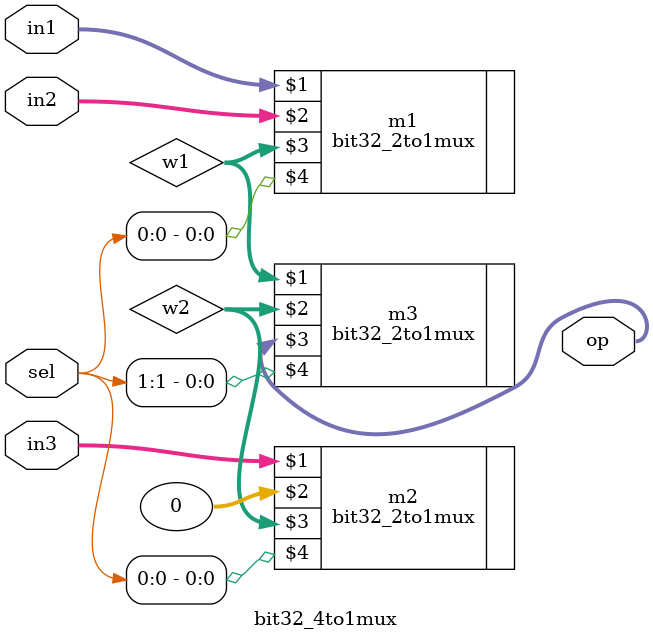
<source format=v>
`include "32bitmux.v"
module bit32_4to1mux(in1,in2,in3,sel,op);
	input [31:0] in1,in2,in3;
	input [1:0] sel;
	output [31:0] op;
	wire [31:0] w1,w2;
	bit32_2to1mux m1(in1,in2,w1,sel[0]);
	bit32_2to1mux m2(in3,32'b0,w2,sel[0]);
	bit32_2to1mux m3(w1,w2,op,sel[1]);
endmodule
</source>
